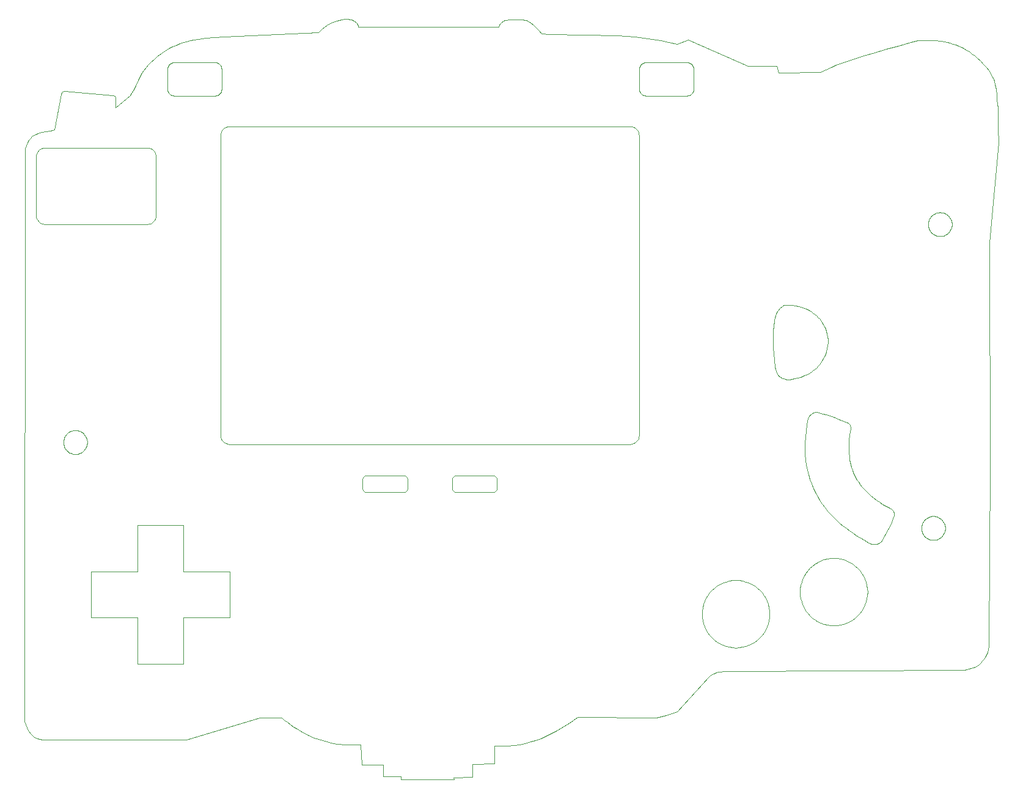
<source format=gbr>
%TF.GenerationSoftware,KiCad,Pcbnew,7.0.5*%
%TF.CreationDate,2023-07-19T22:03:03-05:00*%
%TF.ProjectId,GamePip-Mashup,47616d65-5069-4702-9d4d-61736875702e,rev?*%
%TF.SameCoordinates,Original*%
%TF.FileFunction,Profile,NP*%
%FSLAX46Y46*%
G04 Gerber Fmt 4.6, Leading zero omitted, Abs format (unit mm)*
G04 Created by KiCad (PCBNEW 7.0.5) date 2023-07-19 22:03:03*
%MOMM*%
%LPD*%
G01*
G04 APERTURE LIST*
%TA.AperFunction,Profile*%
%ADD10C,0.100000*%
%TD*%
G04 APERTURE END LIST*
D10*
X90161200Y-112342100D02*
X90161200Y-118781000D01*
X90161200Y-118781000D02*
X83722100Y-118781000D01*
X83722100Y-118781000D02*
X83722100Y-125163000D01*
X83722100Y-125163000D02*
X90161200Y-125163000D01*
X90161200Y-125163000D02*
X90161200Y-131602000D01*
X90161200Y-131602000D02*
X96542800Y-131602000D01*
X96542800Y-131602000D02*
X96542800Y-125163000D01*
X96542800Y-125163000D02*
X102982500Y-125163000D01*
X102982500Y-125163000D02*
X102982500Y-118781000D01*
X102982500Y-118781000D02*
X96542800Y-118781000D01*
X96542800Y-118781000D02*
X96542800Y-112342100D01*
X96542800Y-112342100D02*
X90161200Y-112342100D01*
X90161200Y-112342100D02*
X90161200Y-112342100D01*
X178382000Y-84081600D02*
X178405000Y-83915600D01*
X178405000Y-83915600D02*
X178454000Y-83668100D01*
X178454000Y-83668100D02*
X178539000Y-83364700D01*
X178539000Y-83364700D02*
X178667000Y-83030800D01*
X178667000Y-83030800D02*
X178845000Y-82692200D01*
X178845000Y-82692200D02*
X178956000Y-82529000D01*
X178956000Y-82529000D02*
X179082000Y-82374200D01*
X179082000Y-82374200D02*
X179225000Y-82231000D01*
X179225000Y-82231000D02*
X179386000Y-82102600D01*
X179386000Y-82102600D02*
X179565000Y-81992100D01*
X179565000Y-81992100D02*
X179764000Y-81902800D01*
X179764000Y-81902800D02*
X180064000Y-81880400D01*
X180064000Y-81880400D02*
X180426000Y-81883300D01*
X180426000Y-81883300D02*
X180838000Y-81915900D01*
X180838000Y-81915900D02*
X181290000Y-81982800D01*
X181290000Y-81982800D02*
X181771000Y-82088300D01*
X181771000Y-82088300D02*
X182270000Y-82237000D01*
X182270000Y-82237000D02*
X182777000Y-82433400D01*
X182777000Y-82433400D02*
X183279000Y-82681900D01*
X183279000Y-82681900D02*
X183525000Y-82827100D01*
X183525000Y-82827100D02*
X183766000Y-82987100D01*
X183766000Y-82987100D02*
X184001000Y-83162300D01*
X184001000Y-83162300D02*
X184228000Y-83353300D01*
X184228000Y-83353300D02*
X184446000Y-83560700D01*
X184446000Y-83560700D02*
X184653000Y-83785100D01*
X184653000Y-83785100D02*
X184848000Y-84027000D01*
X184848000Y-84027000D02*
X185030000Y-84287000D01*
X185030000Y-84287000D02*
X185198000Y-84565600D01*
X185198000Y-84565600D02*
X185349000Y-84863400D01*
X185349000Y-84863400D02*
X185484000Y-85180900D01*
X185484000Y-85180900D02*
X185599000Y-85518800D01*
X185599000Y-85518800D02*
X185695000Y-85877500D01*
X185695000Y-85877500D02*
X185769000Y-86257700D01*
X185769000Y-86257700D02*
X185820000Y-86659800D01*
X185820000Y-86659800D02*
X185847000Y-87084500D01*
X185847000Y-87084500D02*
X185793000Y-87507400D01*
X185793000Y-87507400D02*
X185716000Y-87907100D01*
X185716000Y-87907100D02*
X185617000Y-88284200D01*
X185617000Y-88284200D02*
X185497000Y-88639400D01*
X185497000Y-88639400D02*
X185359000Y-88973200D01*
X185359000Y-88973200D02*
X185204000Y-89286400D01*
X185204000Y-89286400D02*
X185032000Y-89579400D01*
X185032000Y-89579400D02*
X184847000Y-89852900D01*
X184847000Y-89852900D02*
X184649000Y-90107600D01*
X184649000Y-90107600D02*
X184440000Y-90344000D01*
X184440000Y-90344000D02*
X184221000Y-90562800D01*
X184221000Y-90562800D02*
X183994000Y-90764500D01*
X183994000Y-90764500D02*
X183761000Y-90949900D01*
X183761000Y-90949900D02*
X183522000Y-91119500D01*
X183522000Y-91119500D02*
X183036000Y-91413900D01*
X183036000Y-91413900D02*
X182548000Y-91652500D01*
X182548000Y-91652500D02*
X182071000Y-91840400D01*
X182071000Y-91840400D02*
X181615000Y-91982500D01*
X181615000Y-91982500D02*
X181194000Y-92083700D01*
X181194000Y-92083700D02*
X180821000Y-92149000D01*
X180821000Y-92149000D02*
X180506000Y-92183300D01*
X180506000Y-92183300D02*
X180262000Y-92191500D01*
X180262000Y-92191500D02*
X180101000Y-92178600D01*
X180101000Y-92178600D02*
X179892000Y-92138300D01*
X179892000Y-92138300D02*
X179703000Y-92085800D01*
X179703000Y-92085800D02*
X179532000Y-92021800D01*
X179532000Y-92021800D02*
X179378000Y-91947000D01*
X179378000Y-91947000D02*
X179241000Y-91862200D01*
X179241000Y-91862200D02*
X179118000Y-91767900D01*
X179118000Y-91767900D02*
X179009000Y-91665000D01*
X179009000Y-91665000D02*
X178912000Y-91554100D01*
X178912000Y-91554100D02*
X178753000Y-91311300D01*
X178753000Y-91311300D02*
X178630000Y-91045100D01*
X178630000Y-91045100D02*
X178536000Y-90761300D01*
X178536000Y-90761300D02*
X178461000Y-90465400D01*
X178461000Y-90465400D02*
X178370000Y-89507700D01*
X178370000Y-89507700D02*
X178301000Y-88599600D01*
X178301000Y-88599600D02*
X178254000Y-87739200D01*
X178254000Y-87739200D02*
X178230000Y-86924500D01*
X178230000Y-86924500D02*
X178230000Y-86153400D01*
X178230000Y-86153400D02*
X178255000Y-85423900D01*
X178255000Y-85423900D02*
X178305000Y-84734000D01*
X178305000Y-84734000D02*
X178382000Y-84081600D01*
X178382000Y-84081600D02*
X178382000Y-84081600D01*
X178382000Y-84081600D02*
X178382000Y-84081600D01*
X183081000Y-97509800D02*
X182899000Y-98418100D01*
X182899000Y-98418100D02*
X182763000Y-99298200D01*
X182763000Y-99298200D02*
X182671000Y-100150500D01*
X182671000Y-100150500D02*
X182620000Y-100975400D01*
X182620000Y-100975400D02*
X182609000Y-101773600D01*
X182609000Y-101773600D02*
X182638000Y-102545300D01*
X182638000Y-102545300D02*
X182703000Y-103291200D01*
X182703000Y-103291200D02*
X182804000Y-104011500D01*
X182804000Y-104011500D02*
X182938000Y-104706900D01*
X182938000Y-104706900D02*
X183105000Y-105377700D01*
X183105000Y-105377700D02*
X183302000Y-106024500D01*
X183302000Y-106024500D02*
X183528000Y-106647600D01*
X183528000Y-106647600D02*
X183781000Y-107247600D01*
X183781000Y-107247600D02*
X184061000Y-107824900D01*
X184061000Y-107824900D02*
X184364000Y-108380000D01*
X184364000Y-108380000D02*
X184690000Y-108913300D01*
X184690000Y-108913300D02*
X185036000Y-109425400D01*
X185036000Y-109425400D02*
X185402000Y-109916500D01*
X185402000Y-109916500D02*
X185786000Y-110387300D01*
X185786000Y-110387300D02*
X186185000Y-110838200D01*
X186185000Y-110838200D02*
X186599000Y-111269700D01*
X186599000Y-111269700D02*
X187026000Y-111682100D01*
X187026000Y-111682100D02*
X187463000Y-112076000D01*
X187463000Y-112076000D02*
X187911000Y-112451900D01*
X187911000Y-112451900D02*
X188366000Y-112810100D01*
X188366000Y-112810100D02*
X188828000Y-113151300D01*
X188828000Y-113151300D02*
X189294000Y-113475700D01*
X189294000Y-113475700D02*
X189763000Y-113783900D01*
X189763000Y-113783900D02*
X190704000Y-114353500D01*
X190704000Y-114353500D02*
X191638000Y-114864000D01*
X191638000Y-114864000D02*
X191951000Y-114948000D01*
X191951000Y-114948000D02*
X192217000Y-114987000D01*
X192217000Y-114987000D02*
X192444000Y-114988000D01*
X192444000Y-114988000D02*
X192637000Y-114957000D01*
X192637000Y-114957000D02*
X192803000Y-114900000D01*
X192803000Y-114900000D02*
X192947000Y-114822000D01*
X192947000Y-114822000D02*
X193197000Y-114630000D01*
X193197000Y-114630000D02*
X193734000Y-113726600D01*
X193734000Y-113726600D02*
X194232000Y-112821000D01*
X194232000Y-112821000D02*
X194456000Y-112366400D01*
X194456000Y-112366400D02*
X194656000Y-111910300D01*
X194656000Y-111910300D02*
X194829000Y-111452300D01*
X194829000Y-111452300D02*
X194969000Y-110992100D01*
X194969000Y-110992100D02*
X194988000Y-110806100D01*
X194988000Y-110806100D02*
X194974000Y-110644600D01*
X194974000Y-110644600D02*
X194931000Y-110504800D01*
X194931000Y-110504800D02*
X194862000Y-110384000D01*
X194862000Y-110384000D02*
X194771000Y-110279300D01*
X194771000Y-110279300D02*
X194661000Y-110188100D01*
X194661000Y-110188100D02*
X194403000Y-110034900D01*
X194403000Y-110034900D02*
X193896000Y-109749600D01*
X193896000Y-109749600D02*
X193417000Y-109461200D01*
X193417000Y-109461200D02*
X192967000Y-109169500D01*
X192967000Y-109169500D02*
X192543000Y-108874600D01*
X192543000Y-108874600D02*
X192147000Y-108576300D01*
X192147000Y-108576300D02*
X191775000Y-108274500D01*
X191775000Y-108274500D02*
X191429000Y-107969300D01*
X191429000Y-107969300D02*
X191108000Y-107660500D01*
X191108000Y-107660500D02*
X190810000Y-107348100D01*
X190810000Y-107348100D02*
X190535000Y-107032000D01*
X190535000Y-107032000D02*
X190282000Y-106712100D01*
X190282000Y-106712100D02*
X190051000Y-106388500D01*
X190051000Y-106388500D02*
X189842000Y-106060900D01*
X189842000Y-106060900D02*
X189652000Y-105729400D01*
X189652000Y-105729400D02*
X189482000Y-105393900D01*
X189482000Y-105393900D02*
X189331000Y-105054200D01*
X189331000Y-105054200D02*
X189199000Y-104710500D01*
X189199000Y-104710500D02*
X189084000Y-104362500D01*
X189084000Y-104362500D02*
X188986000Y-104010200D01*
X188986000Y-104010200D02*
X188904000Y-103653600D01*
X188904000Y-103653600D02*
X188838000Y-103292600D01*
X188838000Y-103292600D02*
X188786000Y-102927100D01*
X188786000Y-102927100D02*
X188725000Y-102182400D01*
X188725000Y-102182400D02*
X188716000Y-101419000D01*
X188716000Y-101419000D02*
X188752000Y-100636400D01*
X188752000Y-100636400D02*
X188829000Y-99833900D01*
X188829000Y-99833900D02*
X188940000Y-99011300D01*
X188940000Y-99011300D02*
X188957000Y-98873600D01*
X188957000Y-98873600D02*
X188955000Y-98744000D01*
X188955000Y-98744000D02*
X188932000Y-98622800D01*
X188932000Y-98622800D02*
X188889000Y-98510300D01*
X188889000Y-98510300D02*
X188823000Y-98407000D01*
X188823000Y-98407000D02*
X188734000Y-98313100D01*
X188734000Y-98313100D02*
X188622000Y-98229100D01*
X188622000Y-98229100D02*
X188485000Y-98155400D01*
X188485000Y-98155400D02*
X187543000Y-97761000D01*
X187543000Y-97761000D02*
X186582000Y-97395900D01*
X186582000Y-97395900D02*
X185596000Y-97069900D01*
X185596000Y-97069900D02*
X185091000Y-96924600D01*
X185091000Y-96924600D02*
X184578000Y-96792700D01*
X184578000Y-96792700D02*
X184293000Y-96738900D01*
X184293000Y-96738900D02*
X184047000Y-96741000D01*
X184047000Y-96741000D02*
X183833000Y-96791500D01*
X183833000Y-96791500D02*
X183647000Y-96883000D01*
X183647000Y-96883000D02*
X183484000Y-97008100D01*
X183484000Y-97008100D02*
X183339000Y-97159200D01*
X183339000Y-97159200D02*
X183206000Y-97328900D01*
X183206000Y-97328900D02*
X183081000Y-97509800D01*
X183081000Y-97509800D02*
X183081000Y-97509800D01*
X183081000Y-97509800D02*
X183081000Y-97509800D01*
X102906100Y-57147500D02*
X158421000Y-57147500D01*
X158421000Y-57147500D02*
X158672000Y-57172600D01*
X158672000Y-57172600D02*
X158906000Y-57244800D01*
X158906000Y-57244800D02*
X159117000Y-57359100D01*
X159117000Y-57359100D02*
X159301000Y-57510600D01*
X159301000Y-57510600D02*
X159452000Y-57694300D01*
X159452000Y-57694300D02*
X159566000Y-57905400D01*
X159566000Y-57905400D02*
X159639000Y-58138900D01*
X159639000Y-58138900D02*
X159664000Y-58389900D01*
X159664000Y-58389900D02*
X159664000Y-99905100D01*
X159664000Y-99905100D02*
X159639000Y-100156100D01*
X159639000Y-100156100D02*
X159566000Y-100389600D01*
X159566000Y-100389600D02*
X159452000Y-100600600D01*
X159452000Y-100600600D02*
X159301000Y-100784400D01*
X159301000Y-100784400D02*
X159117000Y-100935900D01*
X159117000Y-100935900D02*
X158906000Y-101050100D01*
X158906000Y-101050100D02*
X158672000Y-101122300D01*
X158672000Y-101122300D02*
X158421000Y-101147500D01*
X158421000Y-101147500D02*
X102906100Y-101147500D01*
X102906100Y-101147500D02*
X102655100Y-101122300D01*
X102655100Y-101122300D02*
X102421600Y-101050100D01*
X102421600Y-101050100D02*
X102210500Y-100935900D01*
X102210500Y-100935900D02*
X102026800Y-100784400D01*
X102026800Y-100784400D02*
X101875300Y-100600600D01*
X101875300Y-100600600D02*
X101761000Y-100389600D01*
X101761000Y-100389600D02*
X101688800Y-100156100D01*
X101688800Y-100156100D02*
X101663700Y-99905100D01*
X101663700Y-99905100D02*
X101663700Y-58389900D01*
X101663700Y-58389900D02*
X101688800Y-58138900D01*
X101688800Y-58138900D02*
X101761000Y-57905400D01*
X101761000Y-57905400D02*
X101875300Y-57694300D01*
X101875300Y-57694300D02*
X102026800Y-57510600D01*
X102026800Y-57510600D02*
X102210500Y-57359100D01*
X102210500Y-57359100D02*
X102421600Y-57244800D01*
X102421600Y-57244800D02*
X102655100Y-57172600D01*
X102655100Y-57172600D02*
X102906100Y-57147500D01*
X102906100Y-57147500D02*
X102906100Y-57147500D01*
X102906100Y-57147500D02*
X102906100Y-57147500D01*
X121935000Y-105497700D02*
X126992000Y-105497700D01*
X126992000Y-105497700D02*
X127111000Y-105509700D01*
X127111000Y-105509700D02*
X127222000Y-105543700D01*
X127222000Y-105543700D02*
X127321000Y-105597700D01*
X127321000Y-105597700D02*
X127408000Y-105668700D01*
X127408000Y-105668700D02*
X127480000Y-105755700D01*
X127480000Y-105755700D02*
X127534000Y-105855700D01*
X127534000Y-105855700D02*
X127568000Y-105966700D01*
X127568000Y-105966700D02*
X127580000Y-106084700D01*
X127580000Y-106084700D02*
X127580000Y-107242700D01*
X127580000Y-107242700D02*
X127568000Y-107361700D01*
X127568000Y-107361700D02*
X127534000Y-107471700D01*
X127534000Y-107471700D02*
X127480000Y-107571700D01*
X127480000Y-107571700D02*
X127408000Y-107658700D01*
X127408000Y-107658700D02*
X127321000Y-107729700D01*
X127321000Y-107729700D02*
X127222000Y-107783700D01*
X127222000Y-107783700D02*
X127111000Y-107817700D01*
X127111000Y-107817700D02*
X126992000Y-107829700D01*
X126992000Y-107829700D02*
X121935000Y-107829700D01*
X121935000Y-107829700D02*
X121816000Y-107817700D01*
X121816000Y-107817700D02*
X121706000Y-107783700D01*
X121706000Y-107783700D02*
X121606000Y-107729700D01*
X121606000Y-107729700D02*
X121519000Y-107658700D01*
X121519000Y-107658700D02*
X121447000Y-107571700D01*
X121447000Y-107571700D02*
X121393000Y-107471700D01*
X121393000Y-107471700D02*
X121359000Y-107361700D01*
X121359000Y-107361700D02*
X121347000Y-107242700D01*
X121347000Y-107242700D02*
X121347000Y-106084700D01*
X121347000Y-106084700D02*
X121359000Y-105966700D01*
X121359000Y-105966700D02*
X121393000Y-105855700D01*
X121393000Y-105855700D02*
X121447000Y-105755700D01*
X121447000Y-105755700D02*
X121519000Y-105668700D01*
X121519000Y-105668700D02*
X121606000Y-105597700D01*
X121606000Y-105597700D02*
X121706000Y-105543700D01*
X121706000Y-105543700D02*
X121816000Y-105509700D01*
X121816000Y-105509700D02*
X121935000Y-105497700D01*
X121935000Y-105497700D02*
X121935000Y-105497700D01*
X121935000Y-105497700D02*
X121935000Y-105497700D01*
X134335000Y-105497700D02*
X139393000Y-105497700D01*
X139393000Y-105497700D02*
X139511000Y-105509700D01*
X139511000Y-105509700D02*
X139622000Y-105543700D01*
X139622000Y-105543700D02*
X139721000Y-105597700D01*
X139721000Y-105597700D02*
X139808000Y-105668700D01*
X139808000Y-105668700D02*
X139880000Y-105755700D01*
X139880000Y-105755700D02*
X139934000Y-105855700D01*
X139934000Y-105855700D02*
X139968000Y-105966700D01*
X139968000Y-105966700D02*
X139980000Y-106084700D01*
X139980000Y-106084700D02*
X139980000Y-107242700D01*
X139980000Y-107242700D02*
X139968000Y-107361700D01*
X139968000Y-107361700D02*
X139934000Y-107471700D01*
X139934000Y-107471700D02*
X139880000Y-107571700D01*
X139880000Y-107571700D02*
X139808000Y-107658700D01*
X139808000Y-107658700D02*
X139721000Y-107729700D01*
X139721000Y-107729700D02*
X139622000Y-107783700D01*
X139622000Y-107783700D02*
X139511000Y-107817700D01*
X139511000Y-107817700D02*
X139393000Y-107829700D01*
X139393000Y-107829700D02*
X134335000Y-107829700D01*
X134335000Y-107829700D02*
X134216000Y-107817700D01*
X134216000Y-107817700D02*
X134106000Y-107783700D01*
X134106000Y-107783700D02*
X134006000Y-107729700D01*
X134006000Y-107729700D02*
X133919000Y-107658700D01*
X133919000Y-107658700D02*
X133847000Y-107571700D01*
X133847000Y-107571700D02*
X133793000Y-107471700D01*
X133793000Y-107471700D02*
X133759000Y-107361700D01*
X133759000Y-107361700D02*
X133747000Y-107242700D01*
X133747000Y-107242700D02*
X133747000Y-106084700D01*
X133747000Y-106084700D02*
X133759000Y-105966700D01*
X133759000Y-105966700D02*
X133793000Y-105855700D01*
X133793000Y-105855700D02*
X133847000Y-105755700D01*
X133847000Y-105755700D02*
X133919000Y-105668700D01*
X133919000Y-105668700D02*
X134006000Y-105597700D01*
X134006000Y-105597700D02*
X134106000Y-105543700D01*
X134106000Y-105543700D02*
X134216000Y-105509700D01*
X134216000Y-105509700D02*
X134335000Y-105497700D01*
X134335000Y-105497700D02*
X134335000Y-105497700D01*
X134335000Y-105497700D02*
X134335000Y-105497700D01*
X177729000Y-124671000D02*
X177706000Y-125133000D01*
X177706000Y-125133000D02*
X177639000Y-125587000D01*
X177639000Y-125587000D02*
X177527000Y-126030000D01*
X177527000Y-126030000D02*
X177374000Y-126459000D01*
X177374000Y-126459000D02*
X177179000Y-126871000D01*
X177179000Y-126871000D02*
X176944000Y-127263000D01*
X176944000Y-127263000D02*
X176671000Y-127632000D01*
X176671000Y-127632000D02*
X176361000Y-127975000D01*
X176361000Y-127975000D02*
X176018000Y-128285000D01*
X176018000Y-128285000D02*
X175649000Y-128558000D01*
X175649000Y-128558000D02*
X175257000Y-128793000D01*
X175257000Y-128793000D02*
X174845000Y-128988000D01*
X174845000Y-128988000D02*
X174416000Y-129141000D01*
X174416000Y-129141000D02*
X173973000Y-129253000D01*
X173973000Y-129253000D02*
X173519000Y-129320000D01*
X173519000Y-129320000D02*
X173057000Y-129343000D01*
X173057000Y-129343000D02*
X172595000Y-129320000D01*
X172595000Y-129320000D02*
X172141000Y-129253000D01*
X172141000Y-129253000D02*
X171698000Y-129141000D01*
X171698000Y-129141000D02*
X171269000Y-128988000D01*
X171269000Y-128988000D02*
X170857000Y-128793000D01*
X170857000Y-128793000D02*
X170464000Y-128558000D01*
X170464000Y-128558000D02*
X170096000Y-128285000D01*
X170096000Y-128285000D02*
X169753000Y-127975000D01*
X169753000Y-127975000D02*
X169442000Y-127632000D01*
X169442000Y-127632000D02*
X169169000Y-127263000D01*
X169169000Y-127263000D02*
X168935000Y-126871000D01*
X168935000Y-126871000D02*
X168740000Y-126459000D01*
X168740000Y-126459000D02*
X168586000Y-126030000D01*
X168586000Y-126030000D02*
X168475000Y-125587000D01*
X168475000Y-125587000D02*
X168407000Y-125133000D01*
X168407000Y-125133000D02*
X168384000Y-124671000D01*
X168384000Y-124671000D02*
X168407000Y-124209000D01*
X168407000Y-124209000D02*
X168475000Y-123755000D01*
X168475000Y-123755000D02*
X168586000Y-123312000D01*
X168586000Y-123312000D02*
X168740000Y-122883000D01*
X168740000Y-122883000D02*
X168935000Y-122471000D01*
X168935000Y-122471000D02*
X169169000Y-122079000D01*
X169169000Y-122079000D02*
X169442000Y-121710000D01*
X169442000Y-121710000D02*
X169753000Y-121367000D01*
X169753000Y-121367000D02*
X170096000Y-121057000D01*
X170096000Y-121057000D02*
X170464000Y-120783000D01*
X170464000Y-120783000D02*
X170857000Y-120549000D01*
X170857000Y-120549000D02*
X171269000Y-120354000D01*
X171269000Y-120354000D02*
X171698000Y-120200000D01*
X171698000Y-120200000D02*
X172141000Y-120089000D01*
X172141000Y-120089000D02*
X172595000Y-120021000D01*
X172595000Y-120021000D02*
X173057000Y-119998000D01*
X173057000Y-119998000D02*
X173519000Y-120021000D01*
X173519000Y-120021000D02*
X173973000Y-120089000D01*
X173973000Y-120089000D02*
X174416000Y-120200000D01*
X174416000Y-120200000D02*
X174845000Y-120354000D01*
X174845000Y-120354000D02*
X175257000Y-120549000D01*
X175257000Y-120549000D02*
X175649000Y-120783000D01*
X175649000Y-120783000D02*
X176018000Y-121057000D01*
X176018000Y-121057000D02*
X176361000Y-121367000D01*
X176361000Y-121367000D02*
X176671000Y-121710000D01*
X176671000Y-121710000D02*
X176944000Y-122079000D01*
X176944000Y-122079000D02*
X177179000Y-122471000D01*
X177179000Y-122471000D02*
X177374000Y-122883000D01*
X177374000Y-122883000D02*
X177527000Y-123312000D01*
X177527000Y-123312000D02*
X177639000Y-123755000D01*
X177639000Y-123755000D02*
X177706000Y-124209000D01*
X177706000Y-124209000D02*
X177729000Y-124671000D01*
X177729000Y-124671000D02*
X177729000Y-124671000D01*
X177729000Y-124671000D02*
X177729000Y-124671000D01*
X191308000Y-121610000D02*
X191285000Y-122071000D01*
X191285000Y-122071000D02*
X191218000Y-122525000D01*
X191218000Y-122525000D02*
X191106000Y-122969000D01*
X191106000Y-122969000D02*
X190952000Y-123398000D01*
X190952000Y-123398000D02*
X190758000Y-123810000D01*
X190758000Y-123810000D02*
X190523000Y-124202000D01*
X190523000Y-124202000D02*
X190250000Y-124571000D01*
X190250000Y-124571000D02*
X189940000Y-124914000D01*
X189940000Y-124914000D02*
X189597000Y-125224000D01*
X189597000Y-125224000D02*
X189228000Y-125497000D01*
X189228000Y-125497000D02*
X188836000Y-125732000D01*
X188836000Y-125732000D02*
X188424000Y-125926000D01*
X188424000Y-125926000D02*
X187995000Y-126080000D01*
X187995000Y-126080000D02*
X187552000Y-126191000D01*
X187552000Y-126191000D02*
X187098000Y-126259000D01*
X187098000Y-126259000D02*
X186636000Y-126282000D01*
X186636000Y-126282000D02*
X186174000Y-126259000D01*
X186174000Y-126259000D02*
X185720000Y-126191000D01*
X185720000Y-126191000D02*
X185277000Y-126080000D01*
X185277000Y-126080000D02*
X184848000Y-125926000D01*
X184848000Y-125926000D02*
X184435000Y-125732000D01*
X184435000Y-125732000D02*
X184043000Y-125497000D01*
X184043000Y-125497000D02*
X183675000Y-125224000D01*
X183675000Y-125224000D02*
X183332000Y-124914000D01*
X183332000Y-124914000D02*
X183021000Y-124571000D01*
X183021000Y-124571000D02*
X182748000Y-124202000D01*
X182748000Y-124202000D02*
X182514000Y-123810000D01*
X182514000Y-123810000D02*
X182319000Y-123398000D01*
X182319000Y-123398000D02*
X182165000Y-122969000D01*
X182165000Y-122969000D02*
X182054000Y-122525000D01*
X182054000Y-122525000D02*
X181986000Y-122071000D01*
X181986000Y-122071000D02*
X181963000Y-121610000D01*
X181963000Y-121610000D02*
X181986000Y-121148000D01*
X181986000Y-121148000D02*
X182054000Y-120694000D01*
X182054000Y-120694000D02*
X182165000Y-120251000D01*
X182165000Y-120251000D02*
X182319000Y-119822000D01*
X182319000Y-119822000D02*
X182514000Y-119409000D01*
X182514000Y-119409000D02*
X182748000Y-119017000D01*
X182748000Y-119017000D02*
X183021000Y-118648000D01*
X183021000Y-118648000D02*
X183332000Y-118306000D01*
X183332000Y-118306000D02*
X183675000Y-117995000D01*
X183675000Y-117995000D02*
X184043000Y-117722000D01*
X184043000Y-117722000D02*
X184435000Y-117488000D01*
X184435000Y-117488000D02*
X184848000Y-117293000D01*
X184848000Y-117293000D02*
X185277000Y-117139000D01*
X185277000Y-117139000D02*
X185720000Y-117028000D01*
X185720000Y-117028000D02*
X186174000Y-116960000D01*
X186174000Y-116960000D02*
X186636000Y-116937000D01*
X186636000Y-116937000D02*
X187098000Y-116960000D01*
X187098000Y-116960000D02*
X187552000Y-117028000D01*
X187552000Y-117028000D02*
X187995000Y-117139000D01*
X187995000Y-117139000D02*
X188424000Y-117293000D01*
X188424000Y-117293000D02*
X188836000Y-117488000D01*
X188836000Y-117488000D02*
X189228000Y-117722000D01*
X189228000Y-117722000D02*
X189597000Y-117995000D01*
X189597000Y-117995000D02*
X189940000Y-118306000D01*
X189940000Y-118306000D02*
X190250000Y-118648000D01*
X190250000Y-118648000D02*
X190523000Y-119017000D01*
X190523000Y-119017000D02*
X190758000Y-119409000D01*
X190758000Y-119409000D02*
X190952000Y-119822000D01*
X190952000Y-119822000D02*
X191106000Y-120251000D01*
X191106000Y-120251000D02*
X191218000Y-120694000D01*
X191218000Y-120694000D02*
X191285000Y-121148000D01*
X191285000Y-121148000D02*
X191308000Y-121610000D01*
X191308000Y-121610000D02*
X191308000Y-121610000D01*
X191308000Y-121610000D02*
X191308000Y-121610000D01*
X74594300Y-60207700D02*
X74547500Y-139503000D01*
X74547500Y-139503000D02*
X74691700Y-139946000D01*
X74691700Y-139946000D02*
X74845300Y-140383000D01*
X74845300Y-140383000D02*
X75032200Y-140801000D01*
X75032200Y-140801000D02*
X75145600Y-140997000D01*
X75145600Y-140997000D02*
X75276300Y-141184000D01*
X75276300Y-141184000D02*
X75427300Y-141358000D01*
X75427300Y-141358000D02*
X75601700Y-141518000D01*
X75601700Y-141518000D02*
X75802300Y-141662000D01*
X75802300Y-141662000D02*
X76032200Y-141789000D01*
X76032200Y-141789000D02*
X76294400Y-141896000D01*
X76294400Y-141896000D02*
X76591800Y-141982000D01*
X76591800Y-141982000D02*
X76927600Y-142045000D01*
X76927600Y-142045000D02*
X77304600Y-142083000D01*
X77304600Y-142083000D02*
X96903400Y-142082000D01*
X96903400Y-142082000D02*
X107103700Y-139044000D01*
X107103700Y-139044000D02*
X110185700Y-139010000D01*
X110185700Y-139010000D02*
X110509200Y-139336000D01*
X110509200Y-139336000D02*
X110883500Y-139658000D01*
X110883500Y-139658000D02*
X111303500Y-139975000D01*
X111303500Y-139975000D02*
X111764100Y-140289000D01*
X111764100Y-140289000D02*
X112260200Y-140599000D01*
X112260200Y-140599000D02*
X112786600Y-140907000D01*
X112786600Y-140907000D02*
X113909700Y-141517000D01*
X113909700Y-141517000D02*
X114598300Y-141787000D01*
X114598300Y-141787000D02*
X115236500Y-142016000D01*
X115236500Y-142016000D02*
X115828000Y-142208000D01*
X115828000Y-142208000D02*
X116378000Y-142365000D01*
X116378000Y-142365000D02*
X116888000Y-142491000D01*
X116888000Y-142491000D02*
X117365000Y-142589000D01*
X117365000Y-142589000D02*
X117810000Y-142662000D01*
X117810000Y-142662000D02*
X118229000Y-142713000D01*
X118229000Y-142713000D02*
X118626000Y-142746000D01*
X118626000Y-142746000D02*
X119003000Y-142764000D01*
X119003000Y-142764000D02*
X119717000Y-142765000D01*
X119717000Y-142765000D02*
X121092000Y-142726000D01*
X121092000Y-142726000D02*
X121217000Y-145518000D01*
X121217000Y-145518000D02*
X124195000Y-145565000D01*
X124195000Y-145565000D02*
X124246000Y-147151000D01*
X124246000Y-147151000D02*
X126688000Y-147188000D01*
X126688000Y-147188000D02*
X126700000Y-147550000D01*
X126700000Y-147550000D02*
X134011000Y-147608000D01*
X134011000Y-147608000D02*
X133976000Y-147317000D01*
X133976000Y-147317000D02*
X136536000Y-147261000D01*
X136536000Y-147261000D02*
X136546000Y-145433000D01*
X136546000Y-145433000D02*
X139587000Y-145351000D01*
X139587000Y-145351000D02*
X139600000Y-142913000D01*
X139600000Y-142913000D02*
X140512000Y-142937000D01*
X140512000Y-142937000D02*
X141389000Y-142912000D01*
X141389000Y-142912000D02*
X142234000Y-142840000D01*
X142234000Y-142840000D02*
X143049000Y-142723000D01*
X143049000Y-142723000D02*
X143835000Y-142566000D01*
X143835000Y-142566000D02*
X144595000Y-142371000D01*
X144595000Y-142371000D02*
X145331000Y-142139000D01*
X145331000Y-142139000D02*
X146044000Y-141875000D01*
X146044000Y-141875000D02*
X146736000Y-141582000D01*
X146736000Y-141582000D02*
X147410000Y-141261000D01*
X147410000Y-141261000D02*
X148067000Y-140916000D01*
X148067000Y-140916000D02*
X148710000Y-140549000D01*
X148710000Y-140549000D02*
X149339000Y-140164000D01*
X149339000Y-140164000D02*
X149958000Y-139763000D01*
X149958000Y-139763000D02*
X151170000Y-138926000D01*
X151170000Y-138926000D02*
X162032000Y-138996000D01*
X162032000Y-138996000D02*
X162721000Y-138866000D01*
X162721000Y-138866000D02*
X163437000Y-138679000D01*
X163437000Y-138679000D02*
X164178000Y-138439000D01*
X164178000Y-138439000D02*
X164941000Y-138151000D01*
X164941000Y-138151000D02*
X169236000Y-133422000D01*
X169236000Y-133422000D02*
X169468000Y-133213000D01*
X169468000Y-133213000D02*
X169727000Y-133043000D01*
X169727000Y-133043000D02*
X170010000Y-132906000D01*
X170010000Y-132906000D02*
X170314000Y-132800000D01*
X170314000Y-132800000D02*
X170638000Y-132720000D01*
X170638000Y-132720000D02*
X170977000Y-132663000D01*
X170977000Y-132663000D02*
X171330000Y-132624000D01*
X171330000Y-132624000D02*
X171692000Y-132599000D01*
X171692000Y-132599000D02*
X204366000Y-132411000D01*
X204366000Y-132411000D02*
X204705000Y-132389000D01*
X204705000Y-132389000D02*
X205034000Y-132348000D01*
X205034000Y-132348000D02*
X205351000Y-132287000D01*
X205351000Y-132287000D02*
X205657000Y-132205000D01*
X205657000Y-132205000D02*
X205949000Y-132101000D01*
X205949000Y-132101000D02*
X206229000Y-131973000D01*
X206229000Y-131973000D02*
X206494000Y-131820000D01*
X206494000Y-131820000D02*
X206745000Y-131641000D01*
X206745000Y-131641000D02*
X206981000Y-131435000D01*
X206981000Y-131435000D02*
X207200000Y-131200000D01*
X207200000Y-131200000D02*
X207402000Y-130936000D01*
X207402000Y-130936000D02*
X207587000Y-130640000D01*
X207587000Y-130640000D02*
X207754000Y-130312000D01*
X207754000Y-130312000D02*
X207902000Y-129950000D01*
X207902000Y-129950000D02*
X208030000Y-129554000D01*
X208030000Y-129554000D02*
X208137000Y-129121000D01*
X208137000Y-129121000D02*
X208260000Y-104224900D01*
X208260000Y-104224900D02*
X208170000Y-73225500D01*
X208170000Y-73225500D02*
X209462000Y-59343300D01*
X209462000Y-59343300D02*
X209428000Y-58691300D01*
X209428000Y-58691300D02*
X209413000Y-57984900D01*
X209413000Y-57984900D02*
X209409000Y-56509600D01*
X209409000Y-56509600D02*
X209393000Y-55118100D01*
X209393000Y-55118100D02*
X209363000Y-54516600D01*
X209363000Y-54516600D02*
X209309000Y-54011300D01*
X209309000Y-54011300D02*
X209232000Y-53331700D01*
X209232000Y-53331700D02*
X209184000Y-52662300D01*
X209184000Y-52662300D02*
X209118000Y-51988000D01*
X209118000Y-51988000D02*
X209064000Y-51644500D01*
X209064000Y-51644500D02*
X208989000Y-51294200D01*
X208989000Y-51294200D02*
X208886000Y-50935200D01*
X208886000Y-50935200D02*
X208751000Y-50565800D01*
X208751000Y-50565800D02*
X208576000Y-50184000D01*
X208576000Y-50184000D02*
X208357000Y-49788100D01*
X208357000Y-49788100D02*
X208087000Y-49376100D01*
X208087000Y-49376100D02*
X207762000Y-48946100D01*
X207762000Y-48946100D02*
X207374000Y-48496500D01*
X207374000Y-48496500D02*
X206919000Y-48025100D01*
X206919000Y-48025100D02*
X206529000Y-47669700D01*
X206529000Y-47669700D02*
X206144000Y-47345000D01*
X206144000Y-47345000D02*
X205765000Y-47049700D01*
X205765000Y-47049700D02*
X205390000Y-46782500D01*
X205390000Y-46782500D02*
X205016000Y-46541800D01*
X205016000Y-46541800D02*
X204643000Y-46326500D01*
X204643000Y-46326500D02*
X204268000Y-46135000D01*
X204268000Y-46135000D02*
X203891000Y-45966000D01*
X203891000Y-45966000D02*
X203510000Y-45818100D01*
X203510000Y-45818100D02*
X203123000Y-45689900D01*
X203123000Y-45689900D02*
X202728000Y-45580000D01*
X202728000Y-45580000D02*
X202325000Y-45487100D01*
X202325000Y-45487100D02*
X201911000Y-45409800D01*
X201911000Y-45409800D02*
X201486000Y-45346700D01*
X201486000Y-45346700D02*
X200593000Y-45257400D01*
X200593000Y-45257400D02*
X199533000Y-45201800D01*
X199533000Y-45201800D02*
X199083000Y-45198300D01*
X199083000Y-45198300D02*
X198675000Y-45212000D01*
X198675000Y-45212000D02*
X198301000Y-45243800D01*
X198301000Y-45243800D02*
X197953000Y-45294400D01*
X197953000Y-45294400D02*
X197622000Y-45364700D01*
X197622000Y-45364700D02*
X197300000Y-45455500D01*
X197300000Y-45455500D02*
X195546000Y-45963400D01*
X195546000Y-45963400D02*
X193875000Y-46435100D01*
X193875000Y-46435100D02*
X192272000Y-46890400D01*
X192272000Y-46890400D02*
X190722000Y-47348800D01*
X190722000Y-47348800D02*
X189208000Y-47830200D01*
X189208000Y-47830200D02*
X187716000Y-48354200D01*
X187716000Y-48354200D02*
X186974000Y-48638300D01*
X186974000Y-48638300D02*
X186231000Y-48940400D01*
X186231000Y-48940400D02*
X185486000Y-49263100D01*
X185486000Y-49263100D02*
X184737000Y-49608700D01*
X184737000Y-49608700D02*
X179007000Y-49677900D01*
X179007000Y-49677900D02*
X178772000Y-48812100D01*
X178772000Y-48812100D02*
X174758000Y-48763500D01*
X174758000Y-48763500D02*
X166497000Y-45152000D01*
X166497000Y-45152000D02*
X164960000Y-45767500D01*
X164960000Y-45767500D02*
X163785000Y-45470100D01*
X163785000Y-45470100D02*
X162609000Y-45222100D01*
X162609000Y-45222100D02*
X161432000Y-45018900D01*
X161432000Y-45018900D02*
X160255000Y-44855600D01*
X160255000Y-44855600D02*
X159078000Y-44727700D01*
X159078000Y-44727700D02*
X157900000Y-44630300D01*
X157900000Y-44630300D02*
X156722000Y-44558800D01*
X156722000Y-44558800D02*
X155544000Y-44508400D01*
X155544000Y-44508400D02*
X153187000Y-44452400D01*
X153187000Y-44452400D02*
X150830000Y-44424400D01*
X150830000Y-44424400D02*
X148472000Y-44386900D01*
X148472000Y-44386900D02*
X147294000Y-44352800D01*
X147294000Y-44352800D02*
X146115000Y-44302100D01*
X146115000Y-44302100D02*
X145776000Y-43870200D01*
X145776000Y-43870200D02*
X145411000Y-43467600D01*
X145411000Y-43467600D02*
X145026000Y-43106300D01*
X145026000Y-43106300D02*
X144626000Y-42798000D01*
X144626000Y-42798000D02*
X144422000Y-42667500D01*
X144422000Y-42667500D02*
X144216000Y-42554700D01*
X144216000Y-42554700D02*
X144009000Y-42461000D01*
X144009000Y-42461000D02*
X143802000Y-42388100D01*
X143802000Y-42388100D02*
X143595000Y-42337300D01*
X143595000Y-42337300D02*
X143388000Y-42310100D01*
X143388000Y-42310100D02*
X143184000Y-42308100D01*
X143184000Y-42308100D02*
X142981000Y-42332700D01*
X142981000Y-42332700D02*
X142169000Y-42332100D01*
X142169000Y-42332100D02*
X141550000Y-42376200D01*
X141550000Y-42376200D02*
X141303000Y-42413500D01*
X141303000Y-42413500D02*
X141092000Y-42460300D01*
X141092000Y-42460300D02*
X140915000Y-42516000D01*
X140915000Y-42516000D02*
X140767000Y-42580000D01*
X140767000Y-42580000D02*
X140644000Y-42651800D01*
X140644000Y-42651800D02*
X140543000Y-42730800D01*
X140543000Y-42730800D02*
X140460000Y-42816500D01*
X140460000Y-42816500D02*
X140390000Y-42908300D01*
X140390000Y-42908300D02*
X140278000Y-43107800D01*
X140278000Y-43107800D02*
X140176000Y-43324900D01*
X140176000Y-43324900D02*
X120770000Y-43325700D01*
X120770000Y-43325700D02*
X120718000Y-43164200D01*
X120718000Y-43164200D02*
X120654000Y-43016100D01*
X120654000Y-43016100D02*
X120576000Y-42881400D01*
X120576000Y-42881400D02*
X120486000Y-42760100D01*
X120486000Y-42760100D02*
X120383000Y-42652100D01*
X120383000Y-42652100D02*
X120267000Y-42557300D01*
X120267000Y-42557300D02*
X120138000Y-42475700D01*
X120138000Y-42475700D02*
X119997000Y-42407300D01*
X119997000Y-42407300D02*
X119843000Y-42351900D01*
X119843000Y-42351900D02*
X119677000Y-42309600D01*
X119677000Y-42309600D02*
X119307000Y-42263800D01*
X119307000Y-42263800D02*
X118888000Y-42269500D01*
X118888000Y-42269500D02*
X118420000Y-42326100D01*
X118420000Y-42326100D02*
X117798000Y-42473800D01*
X117798000Y-42473800D02*
X117265000Y-42653300D01*
X117265000Y-42653300D02*
X116806000Y-42860400D01*
X116806000Y-42860400D02*
X116411000Y-43090500D01*
X116411000Y-43090500D02*
X116066000Y-43339300D01*
X116066000Y-43339300D02*
X115762000Y-43602400D01*
X115762000Y-43602400D02*
X115483800Y-43875400D01*
X115483800Y-43875400D02*
X115221200Y-44153900D01*
X115221200Y-44153900D02*
X102081800Y-44708500D01*
X102081800Y-44708500D02*
X100795700Y-44806400D01*
X100795700Y-44806400D02*
X99615100Y-44912700D01*
X99615100Y-44912700D02*
X98517400Y-45050300D01*
X98517400Y-45050300D02*
X97992600Y-45137800D01*
X97992600Y-45137800D02*
X97480000Y-45241600D01*
X97480000Y-45241600D02*
X96976800Y-45364400D01*
X96976800Y-45364400D02*
X96480200Y-45509100D01*
X96480200Y-45509100D02*
X95987400Y-45678500D01*
X95987400Y-45678500D02*
X95495500Y-45875500D01*
X95495500Y-45875500D02*
X95001700Y-46102800D01*
X95001700Y-46102800D02*
X94503100Y-46363300D01*
X94503100Y-46363300D02*
X93997000Y-46659900D01*
X93997000Y-46659900D02*
X93480500Y-46995200D01*
X93480500Y-46995200D02*
X92922200Y-47417000D01*
X92922200Y-47417000D02*
X92434000Y-47825400D01*
X92434000Y-47825400D02*
X92009200Y-48221500D01*
X92009200Y-48221500D02*
X91640800Y-48606800D01*
X91640800Y-48606800D02*
X91322000Y-48982500D01*
X91322000Y-48982500D02*
X91046100Y-49349900D01*
X91046100Y-49349900D02*
X90806000Y-49710400D01*
X90806000Y-49710400D02*
X90595100Y-50065400D01*
X90595100Y-50065400D02*
X90233100Y-50763700D01*
X90233100Y-50763700D02*
X89905200Y-51455400D01*
X89905200Y-51455400D02*
X89556800Y-52151000D01*
X89556800Y-52151000D02*
X89357700Y-52503700D01*
X89357700Y-52503700D02*
X89133000Y-52861200D01*
X89133000Y-52861200D02*
X87150700Y-54511700D01*
X87150700Y-54511700D02*
X87121000Y-53328200D01*
X87121000Y-53328200D02*
X87131500Y-53233000D01*
X87131500Y-53233000D02*
X87127000Y-53144100D01*
X87127000Y-53144100D02*
X87106700Y-53063500D01*
X87106700Y-53063500D02*
X87069600Y-52993000D01*
X87069600Y-52993000D02*
X87014900Y-52934900D01*
X87014900Y-52934900D02*
X86941700Y-52890900D01*
X86941700Y-52890900D02*
X86849200Y-52863200D01*
X86849200Y-52863200D02*
X86736400Y-52853800D01*
X86736400Y-52853800D02*
X80122800Y-52228100D01*
X80122800Y-52228100D02*
X79996500Y-52232800D01*
X79996500Y-52232800D02*
X79891600Y-52255000D01*
X79891600Y-52255000D02*
X79806200Y-52293100D01*
X79806200Y-52293100D02*
X79738100Y-52345500D01*
X79738100Y-52345500D02*
X79685400Y-52410600D01*
X79685400Y-52410600D02*
X79646200Y-52486600D01*
X79646200Y-52486600D02*
X79600000Y-52665100D01*
X79600000Y-52665100D02*
X78670200Y-57575100D01*
X78670200Y-57575100D02*
X78385000Y-57657000D01*
X78385000Y-57657000D02*
X78094000Y-57723100D01*
X78094000Y-57723100D02*
X77502800Y-57830600D01*
X77502800Y-57830600D02*
X76913700Y-57943600D01*
X76913700Y-57943600D02*
X76625200Y-58016700D01*
X76625200Y-58016700D02*
X76343600Y-58108500D01*
X76343600Y-58108500D02*
X76071100Y-58224700D01*
X76071100Y-58224700D02*
X75809700Y-58371100D01*
X75809700Y-58371100D02*
X75561500Y-58553600D01*
X75561500Y-58553600D02*
X75328800Y-58777800D01*
X75328800Y-58777800D02*
X75113600Y-59049600D01*
X75113600Y-59049600D02*
X74918000Y-59374600D01*
X74918000Y-59374600D02*
X74744200Y-59758700D01*
X74744200Y-59758700D02*
X74594300Y-60207700D01*
X74594300Y-60207700D02*
X74594300Y-60207700D01*
X74594300Y-60207700D02*
X74594300Y-60207700D01*
X77306500Y-60084500D02*
X91554800Y-60084500D01*
X91554800Y-60084500D02*
X91792500Y-60110200D01*
X91792500Y-60110200D02*
X92013600Y-60184100D01*
X92013600Y-60184100D02*
X92213400Y-60301100D01*
X92213400Y-60301100D02*
X92387400Y-60456200D01*
X92387400Y-60456200D02*
X92530800Y-60644200D01*
X92530800Y-60644200D02*
X92639100Y-60860300D01*
X92639100Y-60860300D02*
X92707400Y-61099300D01*
X92707400Y-61099300D02*
X92731200Y-61356200D01*
X92731200Y-61356200D02*
X92731200Y-69413900D01*
X92731200Y-69413900D02*
X92707400Y-69670800D01*
X92707400Y-69670800D02*
X92639100Y-69909900D01*
X92639100Y-69909900D02*
X92530800Y-70125900D01*
X92530800Y-70125900D02*
X92387400Y-70314000D01*
X92387400Y-70314000D02*
X92213400Y-70469000D01*
X92213400Y-70469000D02*
X92013600Y-70586000D01*
X92013600Y-70586000D02*
X91792500Y-70659900D01*
X91792500Y-70659900D02*
X91554800Y-70685700D01*
X91554800Y-70685700D02*
X77306500Y-70685700D01*
X77306500Y-70685700D02*
X77068800Y-70659900D01*
X77068800Y-70659900D02*
X76847700Y-70586000D01*
X76847700Y-70586000D02*
X76647800Y-70469000D01*
X76647800Y-70469000D02*
X76473800Y-70314000D01*
X76473800Y-70314000D02*
X76330400Y-70125900D01*
X76330400Y-70125900D02*
X76222200Y-69909900D01*
X76222200Y-69909900D02*
X76153900Y-69670800D01*
X76153900Y-69670800D02*
X76130000Y-69413900D01*
X76130000Y-69413900D02*
X76130000Y-61356200D01*
X76130000Y-61356200D02*
X76153900Y-61099300D01*
X76153900Y-61099300D02*
X76222200Y-60860300D01*
X76222200Y-60860300D02*
X76330400Y-60644200D01*
X76330400Y-60644200D02*
X76473800Y-60456200D01*
X76473800Y-60456200D02*
X76647800Y-60301100D01*
X76647800Y-60301100D02*
X76847700Y-60184100D01*
X76847700Y-60184100D02*
X77068800Y-60110200D01*
X77068800Y-60110200D02*
X77306500Y-60084500D01*
X77306500Y-60084500D02*
X77306500Y-60084500D01*
X77306500Y-60084500D02*
X77306500Y-60084500D01*
X160616000Y-48270800D02*
X166278000Y-48270800D01*
X166278000Y-48270800D02*
X166464000Y-48289400D01*
X166464000Y-48289400D02*
X166636000Y-48342900D01*
X166636000Y-48342900D02*
X166793000Y-48427500D01*
X166793000Y-48427500D02*
X166929000Y-48539700D01*
X166929000Y-48539700D02*
X167041000Y-48675800D01*
X167041000Y-48675800D02*
X167126000Y-48832100D01*
X167126000Y-48832100D02*
X167179000Y-49005000D01*
X167179000Y-49005000D02*
X167198000Y-49190900D01*
X167198000Y-49190900D02*
X167198000Y-51969700D01*
X167198000Y-51969700D02*
X167179000Y-52155600D01*
X167179000Y-52155600D02*
X167126000Y-52328600D01*
X167126000Y-52328600D02*
X167041000Y-52484900D01*
X167041000Y-52484900D02*
X166929000Y-52620900D01*
X166929000Y-52620900D02*
X166793000Y-52733100D01*
X166793000Y-52733100D02*
X166636000Y-52817800D01*
X166636000Y-52817800D02*
X166464000Y-52871200D01*
X166464000Y-52871200D02*
X166278000Y-52889800D01*
X166278000Y-52889800D02*
X160616000Y-52889800D01*
X160616000Y-52889800D02*
X160430000Y-52871200D01*
X160430000Y-52871200D02*
X160257000Y-52817800D01*
X160257000Y-52817800D02*
X160101000Y-52733100D01*
X160101000Y-52733100D02*
X159965000Y-52620900D01*
X159965000Y-52620900D02*
X159852000Y-52484900D01*
X159852000Y-52484900D02*
X159768000Y-52328600D01*
X159768000Y-52328600D02*
X159714000Y-52155600D01*
X159714000Y-52155600D02*
X159696000Y-51969700D01*
X159696000Y-51969700D02*
X159696000Y-49190900D01*
X159696000Y-49190900D02*
X159714000Y-49005000D01*
X159714000Y-49005000D02*
X159768000Y-48832100D01*
X159768000Y-48832100D02*
X159852000Y-48675800D01*
X159852000Y-48675800D02*
X159965000Y-48539700D01*
X159965000Y-48539700D02*
X160101000Y-48427500D01*
X160101000Y-48427500D02*
X160257000Y-48342900D01*
X160257000Y-48342900D02*
X160430000Y-48289400D01*
X160430000Y-48289400D02*
X160616000Y-48270800D01*
X160616000Y-48270800D02*
X160616000Y-48270800D01*
X160616000Y-48270800D02*
X160616000Y-48270800D01*
X95240200Y-48270800D02*
X100902000Y-48270800D01*
X100902000Y-48270800D02*
X101087900Y-48289400D01*
X101087900Y-48289400D02*
X101260800Y-48342900D01*
X101260800Y-48342900D02*
X101417100Y-48427500D01*
X101417100Y-48427500D02*
X101553200Y-48539700D01*
X101553200Y-48539700D02*
X101665400Y-48675800D01*
X101665400Y-48675800D02*
X101750000Y-48832100D01*
X101750000Y-48832100D02*
X101803500Y-49005000D01*
X101803500Y-49005000D02*
X101822100Y-49190900D01*
X101822100Y-49190900D02*
X101822100Y-51969700D01*
X101822100Y-51969700D02*
X101803500Y-52155600D01*
X101803500Y-52155600D02*
X101750000Y-52328600D01*
X101750000Y-52328600D02*
X101665400Y-52484900D01*
X101665400Y-52484900D02*
X101553200Y-52620900D01*
X101553200Y-52620900D02*
X101417100Y-52733100D01*
X101417100Y-52733100D02*
X101260800Y-52817800D01*
X101260800Y-52817800D02*
X101087900Y-52871200D01*
X101087900Y-52871200D02*
X100902000Y-52889800D01*
X100902000Y-52889800D02*
X95240200Y-52889800D01*
X95240200Y-52889800D02*
X95054300Y-52871200D01*
X95054300Y-52871200D02*
X94881400Y-52817800D01*
X94881400Y-52817800D02*
X94725100Y-52733100D01*
X94725100Y-52733100D02*
X94589000Y-52620900D01*
X94589000Y-52620900D02*
X94476800Y-52484900D01*
X94476800Y-52484900D02*
X94392200Y-52328600D01*
X94392200Y-52328600D02*
X94338700Y-52155600D01*
X94338700Y-52155600D02*
X94320100Y-51969700D01*
X94320100Y-51969700D02*
X94320100Y-49190900D01*
X94320100Y-49190900D02*
X94338700Y-49005000D01*
X94338700Y-49005000D02*
X94392200Y-48832100D01*
X94392200Y-48832100D02*
X94476800Y-48675800D01*
X94476800Y-48675800D02*
X94589000Y-48539700D01*
X94589000Y-48539700D02*
X94725100Y-48427500D01*
X94725100Y-48427500D02*
X94881400Y-48342900D01*
X94881400Y-48342900D02*
X95054300Y-48289400D01*
X95054300Y-48289400D02*
X95240200Y-48270800D01*
X95240200Y-48270800D02*
X95240200Y-48270800D01*
X95240200Y-48270800D02*
X95240200Y-48270800D01*
X83204600Y-100885100D02*
X83196500Y-101048200D01*
X83196500Y-101048200D02*
X83172600Y-101208500D01*
X83172600Y-101208500D02*
X83133200Y-101365000D01*
X83133200Y-101365000D02*
X83079000Y-101516600D01*
X83079000Y-101516600D02*
X83010200Y-101662100D01*
X83010200Y-101662100D02*
X82927300Y-101800600D01*
X82927300Y-101800600D02*
X82830900Y-101930800D01*
X82830900Y-101930800D02*
X82721300Y-102051900D01*
X82721300Y-102051900D02*
X82600300Y-102161500D01*
X82600300Y-102161500D02*
X82470000Y-102257900D01*
X82470000Y-102257900D02*
X82331500Y-102340700D01*
X82331500Y-102340700D02*
X82186000Y-102409500D01*
X82186000Y-102409500D02*
X82034400Y-102463800D01*
X82034400Y-102463800D02*
X81878000Y-102503100D01*
X81878000Y-102503100D02*
X81717600Y-102527100D01*
X81717600Y-102527100D02*
X81554600Y-102535100D01*
X81554600Y-102535100D02*
X81391500Y-102527100D01*
X81391500Y-102527100D02*
X81231200Y-102503100D01*
X81231200Y-102503100D02*
X81074700Y-102463800D01*
X81074700Y-102463800D02*
X80923100Y-102409500D01*
X80923100Y-102409500D02*
X80777600Y-102340700D01*
X80777600Y-102340700D02*
X80639100Y-102257900D01*
X80639100Y-102257900D02*
X80508900Y-102161500D01*
X80508900Y-102161500D02*
X80387800Y-102051900D01*
X80387800Y-102051900D02*
X80278200Y-101930800D01*
X80278200Y-101930800D02*
X80181800Y-101800600D01*
X80181800Y-101800600D02*
X80098900Y-101662100D01*
X80098900Y-101662100D02*
X80030200Y-101516600D01*
X80030200Y-101516600D02*
X79975900Y-101365000D01*
X79975900Y-101365000D02*
X79936600Y-101208500D01*
X79936600Y-101208500D02*
X79912600Y-101048200D01*
X79912600Y-101048200D02*
X79904600Y-100885100D01*
X79904600Y-100885100D02*
X79912600Y-100722000D01*
X79912600Y-100722000D02*
X79936600Y-100561700D01*
X79936600Y-100561700D02*
X79975900Y-100405300D01*
X79975900Y-100405300D02*
X80030200Y-100253700D01*
X80030200Y-100253700D02*
X80098900Y-100108200D01*
X80098900Y-100108200D02*
X80181800Y-99969700D01*
X80181800Y-99969700D02*
X80278200Y-99839400D01*
X80278200Y-99839400D02*
X80387800Y-99718400D01*
X80387800Y-99718400D02*
X80508900Y-99608800D01*
X80508900Y-99608800D02*
X80639100Y-99512300D01*
X80639100Y-99512300D02*
X80777600Y-99429500D01*
X80777600Y-99429500D02*
X80923100Y-99360700D01*
X80923100Y-99360700D02*
X81074700Y-99306500D01*
X81074700Y-99306500D02*
X81231200Y-99267100D01*
X81231200Y-99267100D02*
X81391500Y-99243200D01*
X81391500Y-99243200D02*
X81554600Y-99235200D01*
X81554600Y-99235200D02*
X81717600Y-99243200D01*
X81717600Y-99243200D02*
X81878000Y-99267100D01*
X81878000Y-99267100D02*
X82034400Y-99306500D01*
X82034400Y-99306500D02*
X82186000Y-99360700D01*
X82186000Y-99360700D02*
X82331500Y-99429500D01*
X82331500Y-99429500D02*
X82470000Y-99512300D01*
X82470000Y-99512300D02*
X82600300Y-99608800D01*
X82600300Y-99608800D02*
X82721300Y-99718400D01*
X82721300Y-99718400D02*
X82830900Y-99839400D01*
X82830900Y-99839400D02*
X82927300Y-99969700D01*
X82927300Y-99969700D02*
X83010200Y-100108200D01*
X83010200Y-100108200D02*
X83079000Y-100253700D01*
X83079000Y-100253700D02*
X83133200Y-100405300D01*
X83133200Y-100405300D02*
X83172600Y-100561700D01*
X83172600Y-100561700D02*
X83196500Y-100722000D01*
X83196500Y-100722000D02*
X83204600Y-100885100D01*
X83204600Y-100885100D02*
X83204600Y-100885100D01*
X83204600Y-100885100D02*
X83204600Y-100885100D01*
X202075000Y-112776800D02*
X202067000Y-112939900D01*
X202067000Y-112939900D02*
X202043000Y-113100200D01*
X202043000Y-113100200D02*
X202004000Y-113256700D01*
X202004000Y-113256700D02*
X201950000Y-113408200D01*
X201950000Y-113408200D02*
X201881000Y-113553800D01*
X201881000Y-113553800D02*
X201798000Y-113692200D01*
X201798000Y-113692200D02*
X201702000Y-113822500D01*
X201702000Y-113822500D02*
X201592000Y-113943500D01*
X201592000Y-113943500D02*
X201471000Y-114053100D01*
X201471000Y-114053100D02*
X201341000Y-114149600D01*
X201341000Y-114149600D02*
X201202000Y-114232400D01*
X201202000Y-114232400D02*
X201057000Y-114301200D01*
X201057000Y-114301200D02*
X200905000Y-114355500D01*
X200905000Y-114355500D02*
X200749000Y-114395000D01*
X200749000Y-114395000D02*
X200588000Y-114419000D01*
X200588000Y-114419000D02*
X200425000Y-114427000D01*
X200425000Y-114427000D02*
X200262000Y-114419000D01*
X200262000Y-114419000D02*
X200102000Y-114395000D01*
X200102000Y-114395000D02*
X199945000Y-114355500D01*
X199945000Y-114355500D02*
X199794000Y-114301200D01*
X199794000Y-114301200D02*
X199648000Y-114232400D01*
X199648000Y-114232400D02*
X199510000Y-114149600D01*
X199510000Y-114149600D02*
X199380000Y-114053100D01*
X199380000Y-114053100D02*
X199259000Y-113943500D01*
X199259000Y-113943500D02*
X199149000Y-113822500D01*
X199149000Y-113822500D02*
X199052000Y-113692200D01*
X199052000Y-113692200D02*
X198970000Y-113553800D01*
X198970000Y-113553800D02*
X198901000Y-113408200D01*
X198901000Y-113408200D02*
X198847000Y-113256700D01*
X198847000Y-113256700D02*
X198807000Y-113100200D01*
X198807000Y-113100200D02*
X198783000Y-112939900D01*
X198783000Y-112939900D02*
X198775000Y-112776800D01*
X198775000Y-112776800D02*
X198783000Y-112613700D01*
X198783000Y-112613700D02*
X198807000Y-112453400D01*
X198807000Y-112453400D02*
X198847000Y-112296900D01*
X198847000Y-112296900D02*
X198901000Y-112145400D01*
X198901000Y-112145400D02*
X198970000Y-111999800D01*
X198970000Y-111999800D02*
X199052000Y-111861400D01*
X199052000Y-111861400D02*
X199149000Y-111731100D01*
X199149000Y-111731100D02*
X199259000Y-111610100D01*
X199259000Y-111610100D02*
X199380000Y-111500500D01*
X199380000Y-111500500D02*
X199510000Y-111404000D01*
X199510000Y-111404000D02*
X199648000Y-111321200D01*
X199648000Y-111321200D02*
X199794000Y-111252400D01*
X199794000Y-111252400D02*
X199945000Y-111198100D01*
X199945000Y-111198100D02*
X200102000Y-111158800D01*
X200102000Y-111158800D02*
X200262000Y-111134900D01*
X200262000Y-111134900D02*
X200425000Y-111126900D01*
X200425000Y-111126900D02*
X200588000Y-111134900D01*
X200588000Y-111134900D02*
X200749000Y-111158800D01*
X200749000Y-111158800D02*
X200905000Y-111198100D01*
X200905000Y-111198100D02*
X201057000Y-111252400D01*
X201057000Y-111252400D02*
X201202000Y-111321200D01*
X201202000Y-111321200D02*
X201341000Y-111404000D01*
X201341000Y-111404000D02*
X201471000Y-111500500D01*
X201471000Y-111500500D02*
X201592000Y-111610100D01*
X201592000Y-111610100D02*
X201702000Y-111731100D01*
X201702000Y-111731100D02*
X201798000Y-111861400D01*
X201798000Y-111861400D02*
X201881000Y-111999800D01*
X201881000Y-111999800D02*
X201950000Y-112145400D01*
X201950000Y-112145400D02*
X202004000Y-112296900D01*
X202004000Y-112296900D02*
X202043000Y-112453400D01*
X202043000Y-112453400D02*
X202067000Y-112613700D01*
X202067000Y-112613700D02*
X202075000Y-112776800D01*
X202075000Y-112776800D02*
X202075000Y-112776800D01*
X202075000Y-112776800D02*
X202075000Y-112776800D01*
X203010000Y-70700600D02*
X203002000Y-70863700D01*
X203002000Y-70863700D02*
X202978000Y-71024000D01*
X202978000Y-71024000D02*
X202939000Y-71180500D01*
X202939000Y-71180500D02*
X202884000Y-71332000D01*
X202884000Y-71332000D02*
X202816000Y-71477600D01*
X202816000Y-71477600D02*
X202733000Y-71616000D01*
X202733000Y-71616000D02*
X202636000Y-71746300D01*
X202636000Y-71746300D02*
X202527000Y-71867300D01*
X202527000Y-71867300D02*
X202406000Y-71976900D01*
X202406000Y-71976900D02*
X202275000Y-72073400D01*
X202275000Y-72073400D02*
X202137000Y-72156200D01*
X202137000Y-72156200D02*
X201991000Y-72225000D01*
X201991000Y-72225000D02*
X201840000Y-72279300D01*
X201840000Y-72279300D02*
X201683000Y-72318600D01*
X201683000Y-72318600D02*
X201523000Y-72342500D01*
X201523000Y-72342500D02*
X201360000Y-72350500D01*
X201360000Y-72350500D02*
X201197000Y-72342500D01*
X201197000Y-72342500D02*
X201037000Y-72318600D01*
X201037000Y-72318600D02*
X200880000Y-72279300D01*
X200880000Y-72279300D02*
X200729000Y-72225000D01*
X200729000Y-72225000D02*
X200583000Y-72156200D01*
X200583000Y-72156200D02*
X200445000Y-72073400D01*
X200445000Y-72073400D02*
X200314000Y-71976900D01*
X200314000Y-71976900D02*
X200193000Y-71867300D01*
X200193000Y-71867300D02*
X200084000Y-71746300D01*
X200084000Y-71746300D02*
X199987000Y-71616000D01*
X199987000Y-71616000D02*
X199904000Y-71477600D01*
X199904000Y-71477600D02*
X199836000Y-71332000D01*
X199836000Y-71332000D02*
X199781000Y-71180500D01*
X199781000Y-71180500D02*
X199742000Y-71024000D01*
X199742000Y-71024000D02*
X199718000Y-70863700D01*
X199718000Y-70863700D02*
X199710000Y-70700600D01*
X199710000Y-70700600D02*
X199719000Y-70531900D01*
X199719000Y-70531900D02*
X199744000Y-70368100D01*
X199744000Y-70368100D02*
X199784000Y-70209900D01*
X199784000Y-70209900D02*
X199840000Y-70058300D01*
X199840000Y-70058300D02*
X199909000Y-69914100D01*
X199909000Y-69914100D02*
X199992000Y-69778100D01*
X199992000Y-69778100D02*
X200087000Y-69651000D01*
X200087000Y-69651000D02*
X200193000Y-69533900D01*
X200193000Y-69533900D02*
X200311000Y-69427400D01*
X200311000Y-69427400D02*
X200438000Y-69332400D01*
X200438000Y-69332400D02*
X200574000Y-69249700D01*
X200574000Y-69249700D02*
X200718000Y-69180300D01*
X200718000Y-69180300D02*
X200869000Y-69124800D01*
X200869000Y-69124800D02*
X201028000Y-69084100D01*
X201028000Y-69084100D02*
X201191000Y-69059100D01*
X201191000Y-69059100D02*
X201360000Y-69050100D01*
X201360000Y-69050100D02*
X201529000Y-69059100D01*
X201529000Y-69059100D02*
X201693000Y-69084100D01*
X201693000Y-69084100D02*
X201851000Y-69124800D01*
X201851000Y-69124800D02*
X202002000Y-69180300D01*
X202002000Y-69180300D02*
X202147000Y-69249700D01*
X202147000Y-69249700D02*
X202283000Y-69332400D01*
X202283000Y-69332400D02*
X202410000Y-69427400D01*
X202410000Y-69427400D02*
X202527000Y-69533900D01*
X202527000Y-69533900D02*
X202633000Y-69651000D01*
X202633000Y-69651000D02*
X202728000Y-69778100D01*
X202728000Y-69778100D02*
X202811000Y-69914100D01*
X202811000Y-69914100D02*
X202880000Y-70058300D01*
X202880000Y-70058300D02*
X202936000Y-70209900D01*
X202936000Y-70209900D02*
X202977000Y-70368100D01*
X202977000Y-70368100D02*
X203002000Y-70531900D01*
X203002000Y-70531900D02*
X203010000Y-70700600D01*
X203010000Y-70700600D02*
X203010000Y-70700600D01*
X203010000Y-70700600D02*
X203010000Y-70700600D01*
M02*

</source>
